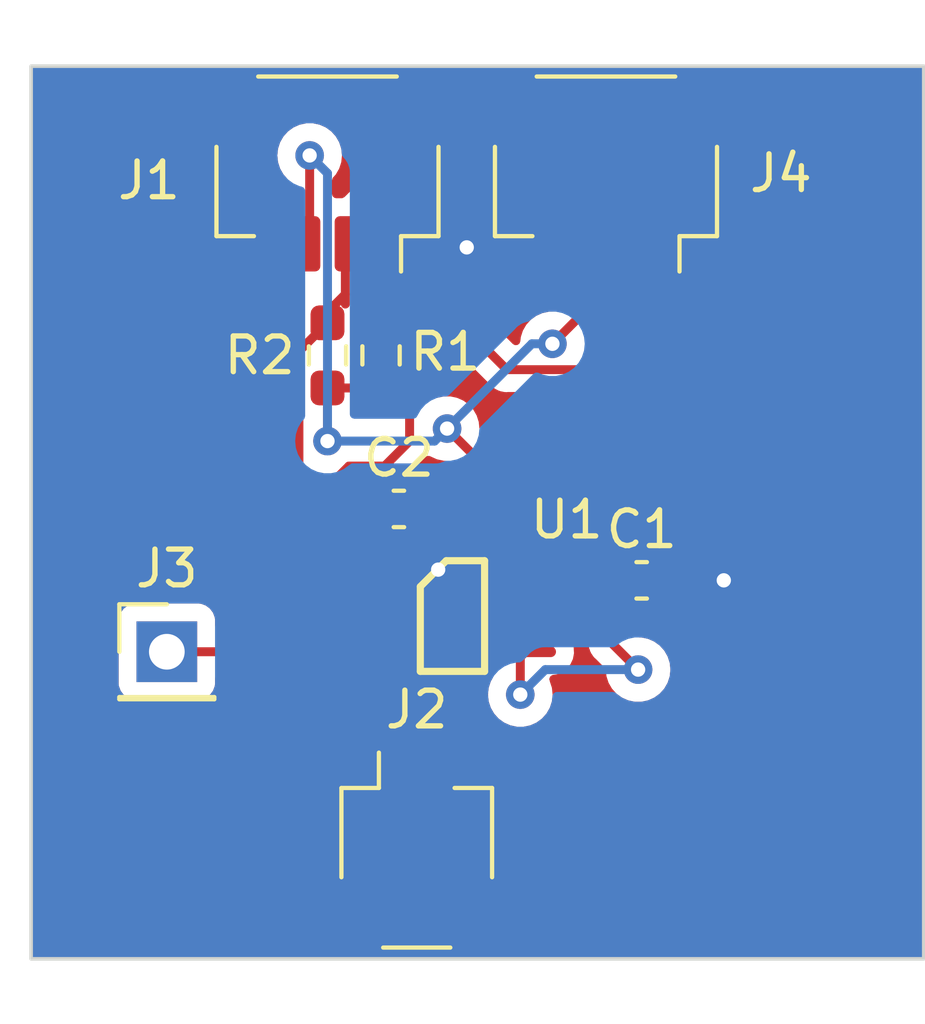
<source format=kicad_pcb>
(kicad_pcb (version 20221018) (generator pcbnew)
  (layers (0 "F.Cu" signal) (31 "B.Cu" signal) (34 "B.Paste" user) (35 "F.Paste" user) (36 "B.SilkS" user "B.Silkscreen") (37 "F.SilkS" user "F.Silkscreen") (38 "B.Mask" user) (39 "F.Mask" user) (44 "Edge.Cuts" user))
  (net 0 "")
  (net 1 "+3.3V")
  (net 2 "GND")
  (net 3 "Net-(U1-REG)")
  (net 4 "/SCL")
  (net 5 "/SDA")
  (net 6 "/O+")
  (net 7 "/O-")
  (net 8 "/Enable")
  (footprint "Resistor_SMD:R_0603_1608Metric_Pad0.98x0.95mm_HandSolder" (layer "F.Cu") (at 108.3 108.1 90)
    (fp_text reference "R2" (at 0 -1.9 180) (layer "F.SilkS"))
    (fp_text value "4.7k")
    (fp_line (start -0.254724 -0.5225) (end 0.254724 -0.5225) (stroke (width 0.12)) (layer "F.SilkS"))
    (fp_line (start -0.254724 0.5225) (end 0.254724 0.5225) (stroke (width 0.12)) (layer "F.SilkS"))
    (pad "1" smd roundrect (at -0.9125 0 90) (size 0.975 0.95) (layers "F.Cu" "F.Paste" "F.Mask") (net 1 "+3.3V"))
    (pad "2" smd roundrect (at 0.9125 0 90) (size 0.975 0.95) (layers "F.Cu" "F.Paste" "F.Mask") (net 5 "/SDA"))
  )
  (footprint "Connector_JST:JST_SH_SM04B-SRSS-TB_1x04-1MP_P1.00mm_Horizontal" (layer "F.Cu") (at 108.3 102.975 180)
    (fp_text reference "J1" (at 5 -0.225) (layer "F.SilkS"))
    (fp_text value "Conn_01x04")
    (fp_line (start -3.11 -1.785) (end -2.06 -1.785) (stroke (width 0.12)) (layer "F.SilkS"))
    (fp_line (start -3.11 0.715) (end -3.11 -1.785) (stroke (width 0.12)) (layer "F.SilkS"))
    (fp_line (start -2.06 -1.785) (end -2.06 -2.775) (stroke (width 0.12)) (layer "F.SilkS"))
    (fp_line (start -1.94 2.685) (end 1.94 2.685) (stroke (width 0.12)) (layer "F.SilkS"))
    (fp_line (start 3.11 -1.785) (end 2.06 -1.785) (stroke (width 0.12)) (layer "F.SilkS"))
    (fp_line (start 3.11 0.715) (end 3.11 -1.785) (stroke (width 0.12)) (layer "F.SilkS"))
    (pad "1" smd roundrect (at -1.5 -2 180) (size 0.6 1.55) (layers "F.Cu" "F.Paste" "F.Mask") (net 4 "/SCL"))
    (pad "2" smd roundrect (at -0.5 -2 180) (size 0.6 1.55) (layers "F.Cu" "F.Paste" "F.Mask") (net 5 "/SDA"))
    (pad "3" smd roundrect (at 0.5 -2 180) (size 0.6 1.55) (layers "F.Cu" "F.Paste" "F.Mask") (net 1 "+3.3V"))
    (pad "4" smd roundrect (at 1.5 -2 180) (size 0.6 1.55) (layers "F.Cu" "F.Paste" "F.Mask") (net 2 "GND"))
    (pad "MP" smd roundrect (at -2.8 1.875 180) (size 1.2 1.8) (layers "F.Cu" "F.Paste" "F.Mask") (roundrect_rratio 0.2083333333))
    (pad "MP" smd roundrect (at 2.8 1.875 180) (size 1.2 1.8) (layers "F.Cu" "F.Paste" "F.Mask") (roundrect_rratio 0.2083333333))
  )
  (footprint "Resistor_SMD:R_0603_1608Metric_Pad0.98x0.95mm_HandSolder" (layer "F.Cu") (at 109.8 108.1 90)
    (fp_text reference "R1" (at 0.1 1.8 180) (layer "F.SilkS"))
    (fp_text value "4.7k")
    (fp_line (start -0.254724 -0.5225) (end 0.254724 -0.5225) (stroke (width 0.12)) (layer "F.SilkS"))
    (fp_line (start -0.254724 0.5225) (end 0.254724 0.5225) (stroke (width 0.12)) (layer "F.SilkS"))
    (pad "1" smd roundrect (at -0.9125 0 90) (size 0.975 0.95) (layers "F.Cu" "F.Paste" "F.Mask") (net 1 "+3.3V"))
    (pad "2" smd roundrect (at 0.9125 0 90) (size 0.975 0.95) (layers "F.Cu" "F.Paste" "F.Mask") (net 4 "/SCL"))
  )
  (footprint "Connector_JST:JST_SH_SM04B-SRSS-TB_1x04-1MP_P1.00mm_Horizontal" (layer "F.Cu") (at 116.1 102.975 180)
    (fp_text reference "J4" (at -4.9 -0.025) (layer "F.SilkS"))
    (fp_text value "Conn_01x04")
    (fp_line (start -3.11 -1.785) (end -2.06 -1.785) (stroke (width 0.12)) (layer "F.SilkS"))
    (fp_line (start -3.11 0.715) (end -3.11 -1.785) (stroke (width 0.12)) (layer "F.SilkS"))
    (fp_line (start -2.06 -1.785) (end -2.06 -2.775) (stroke (width 0.12)) (layer "F.SilkS"))
    (fp_line (start -1.94 2.685) (end 1.94 2.685) (stroke (width 0.12)) (layer "F.SilkS"))
    (fp_line (start 3.11 -1.785) (end 2.06 -1.785) (stroke (width 0.12)) (layer "F.SilkS"))
    (fp_line (start 3.11 0.715) (end 3.11 -1.785) (stroke (width 0.12)) (layer "F.SilkS"))
    (pad "1" smd roundrect (at -1.5 -2 180) (size 0.6 1.55) (layers "F.Cu" "F.Paste" "F.Mask") (net 4 "/SCL"))
    (pad "2" smd roundrect (at -0.5 -2 180) (size 0.6 1.55) (layers "F.Cu" "F.Paste" "F.Mask") (net 5 "/SDA"))
    (pad "3" smd roundrect (at 0.5 -2 180) (size 0.6 1.55) (layers "F.Cu" "F.Paste" "F.Mask") (net 1 "+3.3V"))
    (pad "4" smd roundrect (at 1.5 -2 180) (size 0.6 1.55) (layers "F.Cu" "F.Paste" "F.Mask") (net 2 "GND"))
    (pad "MP" smd roundrect (at -2.8 1.875 180) (size 1.2 1.8) (layers "F.Cu" "F.Paste" "F.Mask") (roundrect_rratio 0.2083333333))
    (pad "MP" smd roundrect (at 2.8 1.875 180) (size 1.2 1.8) (layers "F.Cu" "F.Paste" "F.Mask") (roundrect_rratio 0.2083333333))
  )
  (footprint "DRV2605:DGS0010A" (layer "F.Cu") (at 111.8 115.4)
    (fp_text reference "U1" (at 3.2 -2.7 unlocked) (layer "F.SilkS"))
    (fp_text value "DRV2605LDGSR")
    (fp_line (start -0.900001 -0.824997) (end -0.174998 -1.549999) (stroke (width 0.2)) (layer "F.SilkS"))
    (fp_line (start -0.900001 1.549999) (end -0.900001 -0.824997) (stroke (width 0.2)) (layer "F.SilkS"))
    (fp_line (start -0.900001 1.549999) (end 0.900001 1.549999) (stroke (width 0.2)) (layer "F.SilkS"))
    (fp_line (start -0.174998 -1.549999) (end 0.900001 -1.549999) (stroke (width 0.2)) (layer "F.SilkS"))
    (fp_line (start 0.900001 1.549999) (end 0.900001 -1.549999) (stroke (width 0.2)) (layer "F.SilkS"))
    (pad "1" smd oval (at -2.049998 -1.000001 90) (size 0.299999 1.699999) (layers "F.Cu" "F.Paste" "F.Mask") (net 3 "Net-(U1-REG)"))
    (pad "2" smd oval (at -2.049998 -0.500002 90) (size 0.299999 1.699999) (layers "F.Cu" "F.Paste" "F.Mask") (net 4 "/SCL"))
    (pad "3" smd oval (at -2.049998 0 90) (size 0.299999 1.699999) (layers "F.Cu" "F.Paste" "F.Mask") (net 5 "/SDA"))
    (pad "4" smd oval (at -2.049998 0.499999 90) (size 0.299999 1.699999) (layers "F.Cu" "F.Paste" "F.Mask") (net 2 "GND"))
    (pad "5" smd oval (at -2.049998 1.000001 90) (size 0.299999 1.699999) (layers "F.Cu" "F.Paste" "F.Mask") (net 8 "/Enable"))
    (pad "6" smd oval (at 2.050001 1.000001 90) (size 0.299999 1.699999) (layers "F.Cu" "F.Paste" "F.Mask") (net 1 "+3.3V"))
    (pad "7" smd oval (at 2.050001 0.499999 90) (size 0.299999 1.699999) (layers "F.Cu" "F.Paste" "F.Mask") (net 6 "/O+"))
    (pad "8" smd oval (at 2.050001 0 90) (size 0.299999 1.699999) (layers "F.Cu" "F.Paste" "F.Mask") (net 2 "GND"))
    (pad "9" smd oval (at 2.050001 -0.500002 90) (size 0.299999 1.699999) (layers "F.Cu" "F.Paste" "F.Mask") (net 7 "/O-"))
    (pad "10" smd oval (at 2.050001 -1.000001 90) (size 0.299999 1.699999) (layers "F.Cu" "F.Paste" "F.Mask") (net 1 "+3.3V"))
  )
  (footprint "Connector_JST:JST_SH_SM02B-SRSS-TB_1x02-1MP_P1.00mm_Horizontal" (layer "F.Cu") (at 110.8 122)
    (fp_text reference "J2" (at 0 -3.98) (layer "F.SilkS"))
    (fp_text value "Conn_01x02")
    (fp_line (start -2.11 -1.785) (end -1.06 -1.785) (stroke (width 0.12)) (layer "F.SilkS"))
    (fp_line (start -2.11 0.715) (end -2.11 -1.785) (stroke (width 0.12)) (layer "F.SilkS"))
    (fp_line (start -1.06 -1.785) (end -1.06 -2.775) (stroke (width 0.12)) (layer "F.SilkS"))
    (fp_line (start -0.94 2.685) (end 0.94 2.685) (stroke (width 0.12)) (layer "F.SilkS"))
    (fp_line (start 2.11 -1.785) (end 1.06 -1.785) (stroke (width 0.12)) (layer "F.SilkS"))
    (fp_line (start 2.11 0.715) (end 2.11 -1.785) (stroke (width 0.12)) (layer "F.SilkS"))
    (pad "1" smd roundrect (at -0.5 -2) (size 0.6 1.55) (layers "F.Cu" "F.Paste" "F.Mask") (net 6 "/O+"))
    (pad "2" smd roundrect (at 0.5 -2) (size 0.6 1.55) (layers "F.Cu" "F.Paste" "F.Mask") (net 7 "/O-"))
    (pad "MP" smd roundrect (at -1.8 1.875) (size 1.2 1.8) (layers "F.Cu" "F.Paste" "F.Mask") (roundrect_rratio 0.2083333333))
    (pad "MP" smd roundrect (at 1.8 1.875) (size 1.2 1.8) (layers "F.Cu" "F.Paste" "F.Mask") (roundrect_rratio 0.2083333333))
  )
  (footprint "Connector_PinHeader_2.54mm:PinHeader_1x01_P2.54mm_Vertical" (layer "F.Cu") (at 103.8 116.4)
    (fp_text reference "J3" (at 0 -2.33) (layer "F.SilkS"))
    (fp_text value "Conn_01x01")
    (fp_line (start -1.33 -1.33) (end 0 -1.33) (stroke (width 0.12)) (layer "F.SilkS"))
    (fp_line (start -1.33 0) (end -1.33 -1.33) (stroke (width 0.12)) (layer "F.SilkS"))
    (fp_line (start -1.33 1.27) (end -1.33 1.33) (stroke (width 0.12)) (layer "F.SilkS"))
    (fp_line (start -1.33 1.27) (end 1.33 1.27) (stroke (width 0.12)) (layer "F.SilkS"))
    (fp_line (start -1.33 1.33) (end 1.33 1.33) (stroke (width 0.12)) (layer "F.SilkS"))
    (fp_line (start 1.33 1.27) (end 1.33 1.33) (stroke (width 0.12)) (layer "F.SilkS"))
    (pad "1" thru_hole rect (at 0 0) (size 1.7 1.7) (drill 1) (layers "*.Cu" "*.Mask") (net 8 "/Enable"))
  )
  (footprint "Capacitor_SMD:C_0603_1608Metric_Pad1.08x0.95mm_HandSolder" (layer "F.Cu") (at 117.1 114.4)
    (fp_text reference "C1" (at 0 -1.43) (layer "F.SilkS"))
    (fp_text value "1uf")
    (fp_line (start -0.146267 -0.51) (end 0.146267 -0.51) (stroke (width 0.12)) (layer "F.SilkS"))
    (fp_line (start -0.146267 0.51) (end 0.146267 0.51) (stroke (width 0.12)) (layer "F.SilkS"))
    (pad "1" smd roundrect (at -0.8625 0) (size 1.075 0.95) (layers "F.Cu" "F.Paste" "F.Mask") (net 1 "+3.3V"))
    (pad "2" smd roundrect (at 0.8625 0) (size 1.075 0.95) (layers "F.Cu" "F.Paste" "F.Mask") (net 2 "GND"))
  )
  (footprint "Capacitor_SMD:C_0603_1608Metric_Pad1.08x0.95mm_HandSolder" (layer "F.Cu") (at 110.3 112.4)
    (fp_text reference "C2" (at 0 -1.43) (layer "F.SilkS"))
    (fp_text value "1uf")
    (fp_line (start -0.146267 -0.51) (end 0.146267 -0.51) (stroke (width 0.12)) (layer "F.SilkS"))
    (fp_line (start -0.146267 0.51) (end 0.146267 0.51) (stroke (width 0.12)) (layer "F.SilkS"))
    (pad "1" smd roundrect (at -0.8625 0) (size 1.075 0.95) (layers "F.Cu" "F.Paste" "F.Mask") (net 3 "Net-(U1-REG)"))
    (pad "2" smd roundrect (at 0.8625 0) (size 1.075 0.95) (layers "F.Cu" "F.Paste" "F.Mask") (net 2 "GND"))
  )
  (gr_rect (start 100 100) (end 125 125) (stroke (width 0.1)) (fill none) (layer "Edge.Cuts"))
  (segment (start 113.850001 114.399999) (end 116.2375 114.4) (width 0.25) (layer "F.Cu") (net 1))
  (segment (start 108.3 109.0125) (end 109.8 109.0125) (width 0.25) (layer "F.Cu") (net 1))
  (segment (start 113.850001 114.399999) (end 113.850001 112.350001) (width 0.25) (layer "F.Cu") (net 1))
  (segment (start 114.6 107.7755) (end 115.6 106.7755) (width 0.25) (layer "F.Cu") (net 1))
  (segment (start 115.6 106.7755) (end 115.6 104.975) (width 0.25) (layer "F.Cu") (net 1))
  (segment (start 113.7 117.6) (end 113.7 116.550002) (width 0.25) (layer "F.Cu") (net 1))
  (segment (start 107.8 104.975) (end 107.8 102.5) (width 0.25) (layer "F.Cu") (net 1))
  (segment (start 113.7 116.550002) (end 113.850001 116.400001) (width 0.25) (layer "F.Cu") (net 1))
  (segment (start 108.3 109.0125) (end 108.3 110.5) (width 0.25) (layer "F.Cu") (net 1))
  (segment (start 116.2375 114.4) (end 116.2375 116.1375) (width 0.25) (layer "F.Cu") (net 1))
  (segment (start 113.850001 112.350001) (end 111.65 110.15) (width 0.25) (layer "F.Cu") (net 1))
  (segment (start 116.2375 116.1375) (end 117 116.9) (width 0.25) (layer "F.Cu") (net 1))
  (via (at 107.8 102.5) (size 0.8) (drill 0.4) (layers "F.Cu" "B.Cu") (net 1))
  (via (at 114.6 107.7755) (size 0.8) (drill 0.4) (layers "F.Cu" "B.Cu") (net 1))
  (via (at 117 116.9) (size 0.8) (drill 0.4) (layers "F.Cu" "B.Cu") (net 1))
  (via (at 108.3 110.5) (size 0.8) (drill 0.4) (layers "F.Cu" "B.Cu") (net 1))
  (via (at 111.65 110.15) (size 0.8) (drill 0.4) (layers "F.Cu" "B.Cu") (net 1))
  (via (at 113.7 117.6) (size 0.8) (drill 0.4) (layers "F.Cu" "B.Cu") (net 1))
  (segment (start 108.3 110.5) (end 111.3 110.5) (width 0.25) (layer "B.Cu") (net 1))
  (segment (start 111.65 110.15) (end 114.0245 107.7755) (width 0.25) (layer "B.Cu") (net 1))
  (segment (start 114.4 116.9) (end 113.7 117.6) (width 0.25) (layer "B.Cu") (net 1))
  (segment (start 108.3 103) (end 108.3 110.5) (width 0.25) (layer "B.Cu") (net 1))
  (segment (start 117 116.9) (end 114.4 116.9) (width 0.25) (layer "B.Cu") (net 1))
  (segment (start 111.3 110.5) (end 111.65 110.15) (width 0.25) (layer "B.Cu") (net 1))
  (segment (start 107.8 102.5) (end 108.3 103) (width 0.25) (layer "B.Cu") (net 1))
  (segment (start 114.0245 107.7755) (end 114.6 107.7755) (width 0.25) (layer "B.Cu") (net 1))
  (segment (start 106.799999 115.899999) (end 106.4 115.5) (width 0.25) (layer "F.Cu") (net 2))
  (segment (start 115.2 115.4) (end 115.4 115.6) (width 0.25) (layer "F.Cu") (net 2))
  (segment (start 113.850001 115.4) (end 115.2 115.4) (width 0.25) (layer "F.Cu") (net 2))
  (segment (start 109.750002 115.899999) (end 106.799999 115.899999) (width 0.25) (layer "F.Cu") (net 2))
  (via (at 111.4 114.1) (size 0.8) (drill 0.4) (layers "F.Cu" "B.Cu") (net 2))
  (via (at 112.2 105.075) (size 0.8) (drill 0.4) (layers "F.Cu" "B.Cu") (net 2))
  (via (at 119.4 114.4) (size 0.8) (drill 0.4) (layers "F.Cu" "B.Cu") (net 2))
  (segment (start 109.4375 114.087497) (end 109.750002 114.399999) (width 0.25) (layer "F.Cu") (net 3))
  (segment (start 109.4375 112.4) (end 109.4375 114.087497) (width 0.25) (layer "F.Cu") (net 3))
  (segment (start 110.6 107.9875) (end 109.8 107.1875) (width 0.25) (layer "F.Cu") (net 4))
  (segment (start 108.9 111.2) (end 109.9 111.2) (width 0.25) (layer "F.Cu") (net 4))
  (segment (start 109.8 104.975) (end 109.8 107.1875) (width 0.25) (layer "F.Cu") (net 4))
  (segment (start 110.6 110.5) (end 110.6 107.9875) (width 0.25) (layer "F.Cu") (net 4))
  (segment (start 108.650002 114.899998) (end 108 114.249996) (width 0.25) (layer "F.Cu") (net 4))
  (segment (start 109.8 104.975) (end 113.325 108.5) (width 0.25) (layer "F.Cu") (net 4))
  (segment (start 108 112.1) (end 108.9 111.2) (width 0.25) (layer "F.Cu") (net 4))
  (segment (start 113.325 108.5) (end 116.6 108.5) (width 0.25) (layer "F.Cu") (net 4))
  (segment (start 108 114.249996) (end 108 112.1) (width 0.25) (layer "F.Cu") (net 4))
  (segment (start 109.750002 114.899998) (end 108.650002 114.899998) (width 0.25) (layer "F.Cu") (net 4))
  (segment (start 116.6 108.5) (end 117.6 107.5) (width 0.25) (layer "F.Cu") (net 4))
  (segment (start 117.6 107.5) (end 117.6 104.975) (width 0.25) (layer "F.Cu") (net 4))
  (segment (start 109.9 111.2) (end 110.6 110.5) (width 0.25) (layer "F.Cu") (net 4))
  (segment (start 110.328249 103) (end 115.7 103) (width 0.25) (layer "F.Cu") (net 5))
  (segment (start 108.8 104.528249) (end 110.328249 103) (width 0.25) (layer "F.Cu") (net 5))
  (segment (start 107.5 107.9875) (end 108.3 107.1875) (width 0.25) (layer "F.Cu") (net 5))
  (segment (start 108.513608 115.4) (end 107.5 114.386392) (width 0.25) (layer "F.Cu") (net 5))
  (segment (start 108.8 106.3875) (end 108.3 106.8875) (width 0.25) (layer "F.Cu") (net 5))
  (segment (start 116.6 103.9) (end 116.6 104.975) (width 0.25) (layer "F.Cu") (net 5))
  (segment (start 108.8 104.975) (end 108.8 104.528249) (width 0.25) (layer "F.Cu") (net 5))
  (segment (start 115.7 103) (end 116.6 103.9) (width 0.25) (layer "F.Cu") (net 5))
  (segment (start 109.750002 115.4) (end 108.513608 115.4) (width 0.25) (layer "F.Cu") (net 5))
  (segment (start 107.5 114.386392) (end 107.5 107.9875) (width 0.25) (layer "F.Cu") (net 5))
  (segment (start 108.8 104.975) (end 108.8 106.6625) (width 0.25) (layer "F.Cu") (net 5))
  (segment (start 110.3 120.411396) (end 110.3 120) (width 0.2) (layer "F.Cu") (net 6))
  (segment (start 111.9 116.8) (end 111.9 120.811396) (width 0.2) (layer "F.Cu") (net 6))
  (segment (start 111.611396 121.1) (end 110.988604 121.1) (width 0.2) (layer "F.Cu") (net 6))
  (segment (start 112.800001 115.899999) (end 111.9 116.8) (width 0.2) (layer "F.Cu") (net 6))
  (segment (start 110.988604 121.1) (end 110.3 120.411396) (width 0.2) (layer "F.Cu") (net 6))
  (segment (start 111.9 120.811396) (end 111.611396 121.1) (width 0.2) (layer "F.Cu") (net 6))
  (segment (start 113.850001 115.899999) (end 112.800001 115.899999) (width 0.2) (layer "F.Cu") (net 6))
  (segment (start 113.850001 114.899998) (end 112.110052 114.899998) (width 0.2) (layer "F.Cu") (net 7))
  (segment (start 111.3 115.71005) (end 111.3 120) (width 0.2) (layer "F.Cu") (net 7))
  (segment (start 112.110052 114.899998) (end 111.3 115.71005) (width 0.2) (layer "F.Cu") (net 7))
  (segment (start 109.750002 116.400001) (end 103.8 116.4) (width 0.25) (layer "F.Cu") (net 8))
  (zone (net 2) (net_name "GND") (layers "F&B.Cu") (connect_pads (clearance 0.5)) (min_thickness 0.25) (fill yes (thermal_gap 0.5) (thermal_bridge_width 0.5))
    (polygon (pts (xy 100 100) (xy 125 100) (xy 125 125) (xy 100 125)))
  )
)
</source>
